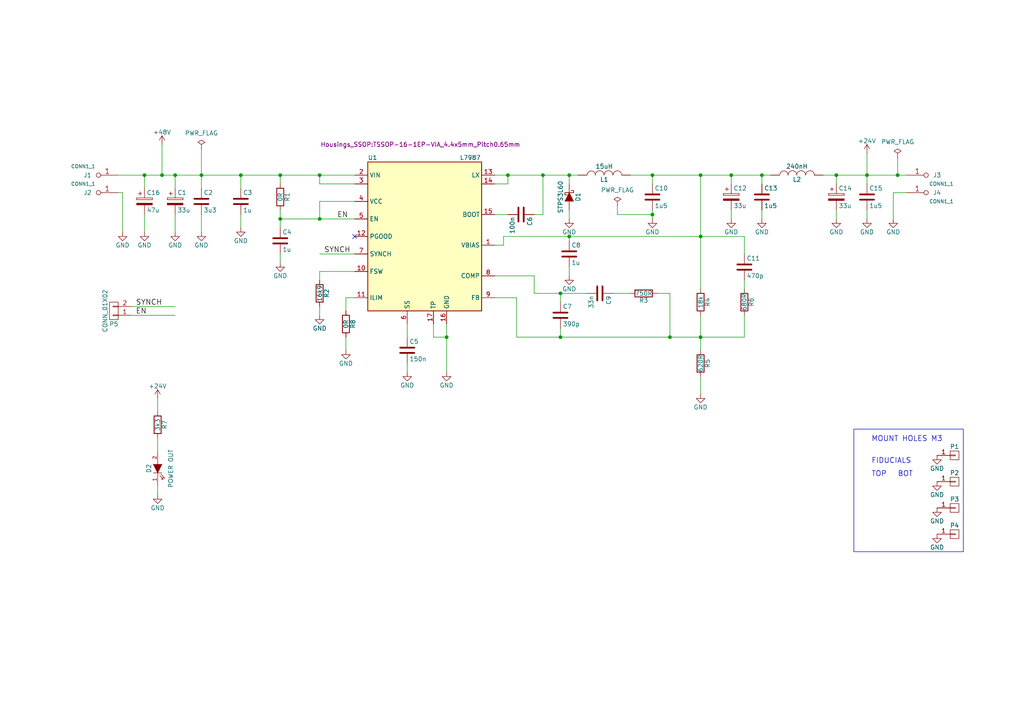
<source format=kicad_sch>
(kicad_sch (version 20200618) (host eeschema "5.99.0-unknown-b48a627~101~ubuntu18.04.1")
  (page 1 1)
  (paper "A4")
  (lib_symbols
    (symbol "STEPDOWN1A-rescue:C" (pin_numbers hide) (pin_names (offset 0.254))
      (property "Reference" "C" (at 0.635 2.54 0))
      (property "Value" "C" (at 0.635 -2.54 0))
      (symbol "C_0_1"
        (polyline (pts (xy -2.032 -0.762) (xy 2.032 -0.762)) (stroke (width 0.508)))
        (polyline (pts (xy -2.032 0.762) (xy 2.032 0.762)) (stroke (width 0.508)))
      )
      (symbol "C_1_1"
        (pin passive line (at 0 3.81 270) (length 2.794) (name "~") (number "1"))
        (pin passive line (at 0 -3.81 90) (length 2.794) (name "~") (number "2"))
      )
    )
    (symbol "STEPDOWN1A-rescue:CONN1_1" (pin_names hide)
      (property "Reference" "J" (at 1.27 1.27 0))
      (property "Value" "CONN1_1" (at 2.54 -1.27 0))
      (symbol "CONN1_1_1_1"
        (pin passive inverted (at -7.62 1.27 0) (length 6.35) (name "P1") (number "1"))
      )
    )
    (symbol "STEPDOWN1A-rescue:CONN_01X01" (pin_names hide)
      (property "Reference" "P" (at 0 2.54 0))
      (property "Value" "CONN_01X01" (at 2.54 0 90))
      (symbol "CONN_01X01_0_1"
        (rectangle (start -1.27 0.127) (end 0.254 -0.127))
        (rectangle (start -1.27 1.27) (end 1.27 -1.27))
      )
      (symbol "CONN_01X01_1_1"
        (pin passive line (at -5.08 0 0) (length 3.81) (name "P1") (number "1"))
      )
    )
    (symbol "STEPDOWN1A-rescue:CONN_01X02" (pin_names hide)
      (property "Reference" "P" (at 0 3.81 0))
      (property "Value" "CONN_01X02" (at 2.54 0 90))
      (symbol "CONN_01X02_0_1"
        (rectangle (start -1.27 -1.143) (end 0.254 -1.397))
        (rectangle (start -1.27 1.397) (end 0.254 1.143))
        (rectangle (start -1.27 2.54) (end 1.27 -2.54))
      )
      (symbol "CONN_01X02_1_1"
        (pin passive line (at -5.08 1.27 0) (length 3.81) (name "P1") (number "1"))
        (pin passive line (at -5.08 -1.27 0) (length 3.81) (name "P2") (number "2"))
      )
    )
    (symbol "STEPDOWN1A-rescue:CP" (pin_numbers hide) (pin_names (offset 0.254))
      (property "Reference" "C" (at 0.635 2.54 0))
      (property "Value" "CP" (at 0.635 -2.54 0))
      (symbol "CP_0_1"
        (rectangle (start -2.286 0.508) (end -2.286 1.016))
        (rectangle (start -2.286 0.508) (end 2.286 0.508))
        (rectangle (start 2.286 1.016) (end -2.286 1.016))
        (rectangle (start 2.286 1.016) (end 2.286 0.508))
        (rectangle (start 2.286 -0.508) (end -2.286 -1.016) (fill (type outline)))
        (polyline (pts (xy -1.778 2.286) (xy -0.762 2.286)))
        (polyline (pts (xy -1.27 2.794) (xy -1.27 1.778)))
      )
      (symbol "CP_1_1"
        (pin passive line (at 0 3.81 270) (length 2.794) (name "~") (number "1"))
        (pin passive line (at 0 -3.81 90) (length 2.794) (name "~") (number "2"))
      )
    )
    (symbol "STEPDOWN1A-rescue:D_Schottky" (pin_numbers hide) (pin_names hide)
      (property "Reference" "D" (at 0 2.54 0))
      (property "Value" "D_Schottky" (at 0 -2.54 0))
      (symbol "D_Schottky_0_1"
        (polyline (pts (xy -1.905 0.635) (xy -1.905 1.27) (xy -1.27 1.27) (xy -1.27 -1.27) (xy -0.635 -1.27) (xy -0.635 -0.635)) (stroke (width 0.2032)))
        (polyline (pts (xy 1.27 1.27) (xy -1.27 0) (xy 1.27 -1.27)) (fill (type outline)))
      )
      (symbol "D_Schottky_1_1"
        (pin passive line (at -3.81 0 0) (length 2.54) (name "K") (number "1"))
        (pin passive line (at 3.81 0 180) (length 2.54) (name "A") (number "2"))
      )
    )
    (symbol "STEPDOWN1A-rescue:INDUCTOR" (pin_numbers hide) (pin_names hide)
      (property "Reference" "L" (at -1.27 0 90))
      (property "Value" "INDUCTOR" (at 2.54 0 90))
      (symbol "INDUCTOR_0_1"
        (arc (start 0.0254 -5.0546) (end 0.0254 -2.54) (radius (at 0 -3.81) (length 1.27) (angles -88.9 88.9)))
        (arc (start 0.0254 -2.5146) (end 0.0254 0.0508) (radius (at 0 -1.2446) (length 1.2954) (angles -88.9 88.9)))
        (arc (start 0.0254 0.0254) (end 0.0254 2.5908) (radius (at 0 1.2954) (length 1.2954) (angles -88.9 88.9)))
        (arc (start 0.0254 2.5654) (end 0.0254 4.9784) (radius (at 0 3.7592) (length 1.2192) (angles -88.9 88.9)))
      )
      (symbol "INDUCTOR_1_1"
        (pin passive line (at 0 7.62 270) (length 2.54) (name "1") (number "1"))
        (pin passive line (at 0 -7.62 90) (length 2.54) (name "2") (number "2"))
      )
    )
    (symbol "STEPDOWN1A-rescue:L7987"
      (property "Reference" "U" (at -16.51 22.86 0))
      (property "Value" "L7987" (at 10.16 22.86 0))
      (property "Footprint" "HTSSOP-16" (at 0 0 0))
      (symbol "L7987_0_1"
        (rectangle (start -16.51 21.59) (end 16.51 -21.59) (stroke (width 0.254)) (fill (type background)))
      )
      (symbol "L7987_1_1"
        (pin input line (at 20.32 -2.54 180) (length 3.81) (name "VBIAS") (number "1"))
        (pin output line (at -20.32 -10.16 0) (length 3.81) (name "FSW") (number "10"))
        (pin output line (at -20.32 -17.78 0) (length 3.81) (name "ILIM") (number "11"))
        (pin input line (at -20.32 0 0) (length 3.81) (name "PGOOD") (number "12"))
        (pin input line (at 20.32 17.78 180) (length 3.81) (name "LX") (number "13"))
        (pin input line (at 20.32 15.24 180) (length 3.81) (name "~") (number "14"))
        (pin output line (at 20.32 6.35 180) (length 3.81) (name "BOOT") (number "15"))
        (pin power_in line (at 6.35 -25.4 90) (length 3.81) (name "GND") (number "16"))
        (pin input line (at 2.54 -25.4 90) (length 3.81) (name "TP") (number "17"))
        (pin power_in line (at -20.32 17.78 0) (length 3.81) (name "VIN") (number "2"))
        (pin power_in line (at -20.32 15.24 0) (length 3.81) (name "~") (number "3"))
        (pin input line (at -20.32 10.16 0) (length 3.81) (name "VCC") (number "4"))
        (pin bidirectional line (at -20.32 5.08 0) (length 3.81) (name "EN") (number "5"))
        (pin input line (at -5.08 -25.4 90) (length 3.81) (name "SS") (number "6"))
        (pin input line (at -20.32 -5.08 0) (length 3.81) (name "SYNCH") (number "7"))
        (pin output line (at 20.32 -11.43 180) (length 3.81) (name "COMP") (number "8"))
        (pin bidirectional line (at 20.32 -17.78 180) (length 3.81) (name "FB") (number "9"))
      )
    )
    (symbol "STEPDOWN1A-rescue:LED" (pin_names hide)
      (property "Reference" "D" (at 0 2.54 0))
      (property "Value" "LED" (at 0 -2.54 0))
      (symbol "LED_0_1"
        (polyline (pts (xy -1.27 1.27) (xy -1.27 -1.27)))
        (polyline (pts (xy -2.032 -0.635) (xy -3.175 -1.651) (xy -3.048 -1.016)))
        (polyline (pts (xy -1.651 -1.016) (xy -2.794 -2.032) (xy -2.667 -1.397)))
        (polyline (pts (xy 1.27 1.27) (xy -1.27 0) (xy 1.27 -1.27)) (fill (type outline)))
      )
      (symbol "LED_1_1"
        (pin passive line (at -5.08 0 0) (length 3.81) (name "K") (number "1"))
        (pin passive line (at 5.08 0 180) (length 3.81) (name "A") (number "2"))
      )
    )
    (symbol "STEPDOWN1A-rescue:R" (pin_numbers hide) (pin_names (offset 0))
      (property "Reference" "R" (at 2.032 0 90))
      (property "Value" "R" (at 0 0 90))
      (symbol "R_0_1"
        (rectangle (start -1.016 -2.54) (end 1.016 2.54) (stroke (width 0.254)))
      )
      (symbol "R_1_1"
        (pin passive line (at 0 3.81 270) (length 1.27) (name "~") (number "1"))
        (pin passive line (at 0 -3.81 90) (length 1.27) (name "~") (number "2"))
      )
    )
    (symbol "power:+24V" (power) (pin_names (offset 0))
      (property "Value" "+24V" (at 0 3.556 0))
      (symbol "+24V_0_1"
        (polyline (pts (xy -0.762 1.27) (xy 0 2.54)))
        (polyline (pts (xy 0 0) (xy 0 2.54)))
        (polyline (pts (xy 0 2.54) (xy 0.762 1.27)))
      )
      (symbol "+24V_1_1"
        (pin power_in line (at 0 0 90) (length 0) hide (name "+24V") (number "1"))
      )
    )
    (symbol "power:+48V" (power) (pin_names (offset 0))
      (property "Value" "+48V" (at 0 3.556 0))
      (symbol "+48V_0_1"
        (polyline (pts (xy -0.762 1.27) (xy 0 2.54)))
        (polyline (pts (xy 0 0) (xy 0 2.54)))
        (polyline (pts (xy 0 2.54) (xy 0.762 1.27)))
      )
      (symbol "+48V_1_1"
        (pin power_in line (at 0 0 90) (length 0) hide (name "+48V") (number "1"))
      )
    )
    (symbol "power:GND" (power) (pin_names (offset 0))
      (property "Value" "GND" (at 0 -3.81 0))
      (symbol "GND_0_1"
        (polyline (pts (xy 0 0) (xy 0 -1.27) (xy 1.27 -1.27) (xy 0 -2.54) (xy -1.27 -1.27) (xy 0 -1.27)))
      )
      (symbol "GND_1_1"
        (pin power_in line (at 0 0 270) (length 0) hide (name "GND") (number "1"))
      )
    )
    (symbol "power:PWR_FLAG" (power) (pin_numbers hide) (pin_names (offset 0) hide)
      (property "Value" "PWR_FLAG" (at 0 3.81 0))
      (symbol "PWR_FLAG_0_1"
        (polyline (pts (xy 0 0) (xy 0 1.27) (xy -1.016 1.905) (xy 0 2.54) (xy 1.016 1.905) (xy 0 1.27)))
      )
      (symbol "PWR_FLAG_0_0"
        (pin power_out line (at 0 0 90) (length 0) (name "pwr") (number "1"))
      )
    )
  )
  (junction (at 41.91 50.8))
  (junction (at 46.99 50.8))
  (junction (at 50.8 50.8))
  (junction (at 58.42 50.8))
  (junction (at 69.85 50.8))
  (junction (at 81.28 50.8))
  (junction (at 81.28 63.5))
  (junction (at 92.71 50.8))
  (junction (at 92.71 63.5))
  (junction (at 129.54 97.79))
  (junction (at 147.32 50.8))
  (junction (at 157.48 50.8))
  (junction (at 162.56 85.09))
  (junction (at 162.56 97.79))
  (junction (at 165.1 50.8))
  (junction (at 165.1 68.58))
  (junction (at 189.23 50.8))
  (junction (at 189.23 62.23))
  (junction (at 194.31 97.79))
  (junction (at 203.2 50.8))
  (junction (at 203.2 68.58))
  (junction (at 203.2 97.79))
  (junction (at 212.09 50.8))
  (junction (at 220.98 50.8))
  (junction (at 242.57 50.8))
  (junction (at 251.46 50.8))
  (junction (at 260.35 50.8))
  (no_connect (at 102.87 68.58))
  (wire (pts (xy 34.29 50.8) (xy 41.91 50.8)))
  (wire (pts (xy 34.29 55.88) (xy 35.56 55.88)))
  (wire (pts (xy 35.56 55.88) (xy 35.56 67.31)))
  (wire (pts (xy 38.1 88.9) (xy 50.8 88.9)))
  (wire (pts (xy 38.1 91.44) (xy 50.8 91.44)))
  (wire (pts (xy 41.91 50.8) (xy 46.99 50.8)))
  (wire (pts (xy 41.91 54.61) (xy 41.91 50.8)))
  (wire (pts (xy 41.91 67.31) (xy 41.91 62.23)))
  (wire (pts (xy 45.72 119.38) (xy 45.72 115.57)))
  (wire (pts (xy 45.72 130.81) (xy 45.72 127)))
  (wire (pts (xy 45.72 143.51) (xy 45.72 140.97)))
  (wire (pts (xy 46.99 50.8) (xy 46.99 41.91)))
  (wire (pts (xy 46.99 50.8) (xy 50.8 50.8)))
  (wire (pts (xy 50.8 50.8) (xy 58.42 50.8)))
  (wire (pts (xy 50.8 54.61) (xy 50.8 50.8)))
  (wire (pts (xy 50.8 67.31) (xy 50.8 62.23)))
  (wire (pts (xy 58.42 43.18) (xy 58.42 50.8)))
  (wire (pts (xy 58.42 50.8) (xy 58.42 54.61)))
  (wire (pts (xy 58.42 50.8) (xy 69.85 50.8)))
  (wire (pts (xy 58.42 67.31) (xy 58.42 62.23)))
  (wire (pts (xy 69.85 50.8) (xy 81.28 50.8)))
  (wire (pts (xy 69.85 54.61) (xy 69.85 50.8)))
  (wire (pts (xy 69.85 66.04) (xy 69.85 62.23)))
  (wire (pts (xy 81.28 50.8) (xy 92.71 50.8)))
  (wire (pts (xy 81.28 53.34) (xy 81.28 50.8)))
  (wire (pts (xy 81.28 60.96) (xy 81.28 63.5)))
  (wire (pts (xy 81.28 63.5) (xy 81.28 66.04)))
  (wire (pts (xy 81.28 63.5) (xy 92.71 63.5)))
  (wire (pts (xy 81.28 76.2) (xy 81.28 73.66)))
  (wire (pts (xy 92.71 50.8) (xy 102.87 50.8)))
  (wire (pts (xy 92.71 53.34) (xy 92.71 50.8)))
  (wire (pts (xy 92.71 58.42) (xy 92.71 63.5)))
  (wire (pts (xy 92.71 63.5) (xy 102.87 63.5)))
  (wire (pts (xy 92.71 78.74) (xy 102.87 78.74)))
  (wire (pts (xy 92.71 81.28) (xy 92.71 78.74)))
  (wire (pts (xy 92.71 88.9) (xy 92.71 91.44)))
  (wire (pts (xy 100.33 86.36) (xy 102.87 86.36)))
  (wire (pts (xy 100.33 90.17) (xy 100.33 86.36)))
  (wire (pts (xy 100.33 97.79) (xy 100.33 101.6)))
  (wire (pts (xy 102.87 53.34) (xy 92.71 53.34)))
  (wire (pts (xy 102.87 58.42) (xy 92.71 58.42)))
  (wire (pts (xy 102.87 73.66) (xy 92.71 73.66)))
  (wire (pts (xy 118.11 93.98) (xy 118.11 97.79)))
  (wire (pts (xy 118.11 107.95) (xy 118.11 105.41)))
  (wire (pts (xy 125.73 93.98) (xy 125.73 97.79)))
  (wire (pts (xy 125.73 97.79) (xy 129.54 97.79)))
  (wire (pts (xy 129.54 93.98) (xy 129.54 97.79)))
  (wire (pts (xy 129.54 97.79) (xy 129.54 107.95)))
  (wire (pts (xy 143.51 50.8) (xy 147.32 50.8)))
  (wire (pts (xy 143.51 53.34) (xy 147.32 53.34)))
  (wire (pts (xy 143.51 62.23) (xy 147.32 62.23)))
  (wire (pts (xy 143.51 71.12) (xy 146.05 71.12)))
  (wire (pts (xy 143.51 80.01) (xy 154.94 80.01)))
  (wire (pts (xy 146.05 68.58) (xy 165.1 68.58)))
  (wire (pts (xy 146.05 71.12) (xy 146.05 68.58)))
  (wire (pts (xy 147.32 50.8) (xy 157.48 50.8)))
  (wire (pts (xy 147.32 53.34) (xy 147.32 50.8)))
  (wire (pts (xy 149.86 86.36) (xy 143.51 86.36)))
  (wire (pts (xy 149.86 97.79) (xy 149.86 86.36)))
  (wire (pts (xy 149.86 97.79) (xy 162.56 97.79)))
  (wire (pts (xy 154.94 62.23) (xy 157.48 62.23)))
  (wire (pts (xy 154.94 80.01) (xy 154.94 85.09)))
  (wire (pts (xy 154.94 85.09) (xy 162.56 85.09)))
  (wire (pts (xy 157.48 50.8) (xy 165.1 50.8)))
  (wire (pts (xy 157.48 62.23) (xy 157.48 50.8)))
  (wire (pts (xy 162.56 85.09) (xy 170.18 85.09)))
  (wire (pts (xy 162.56 87.63) (xy 162.56 85.09)))
  (wire (pts (xy 162.56 95.25) (xy 162.56 97.79)))
  (wire (pts (xy 162.56 97.79) (xy 194.31 97.79)))
  (wire (pts (xy 165.1 50.8) (xy 167.64 50.8)))
  (wire (pts (xy 165.1 53.34) (xy 165.1 50.8)))
  (wire (pts (xy 165.1 63.5) (xy 165.1 60.96)))
  (wire (pts (xy 165.1 68.58) (xy 203.2 68.58)))
  (wire (pts (xy 165.1 69.85) (xy 165.1 68.58)))
  (wire (pts (xy 165.1 80.01) (xy 165.1 77.47)))
  (wire (pts (xy 179.07 59.69) (xy 179.07 62.23)))
  (wire (pts (xy 179.07 62.23) (xy 189.23 62.23)))
  (wire (pts (xy 182.88 50.8) (xy 189.23 50.8)))
  (wire (pts (xy 182.88 85.09) (xy 177.8 85.09)))
  (wire (pts (xy 189.23 50.8) (xy 203.2 50.8)))
  (wire (pts (xy 189.23 53.34) (xy 189.23 50.8)))
  (wire (pts (xy 189.23 60.96) (xy 189.23 62.23)))
  (wire (pts (xy 189.23 62.23) (xy 189.23 63.5)))
  (wire (pts (xy 194.31 85.09) (xy 190.5 85.09)))
  (wire (pts (xy 194.31 97.79) (xy 194.31 85.09)))
  (wire (pts (xy 194.31 97.79) (xy 203.2 97.79)))
  (wire (pts (xy 203.2 50.8) (xy 203.2 68.58)))
  (wire (pts (xy 203.2 50.8) (xy 212.09 50.8)))
  (wire (pts (xy 203.2 68.58) (xy 203.2 83.82)))
  (wire (pts (xy 203.2 68.58) (xy 215.9 68.58)))
  (wire (pts (xy 203.2 91.44) (xy 203.2 97.79)))
  (wire (pts (xy 203.2 97.79) (xy 203.2 101.6)))
  (wire (pts (xy 203.2 97.79) (xy 215.9 97.79)))
  (wire (pts (xy 203.2 109.22) (xy 203.2 114.3)))
  (wire (pts (xy 212.09 50.8) (xy 220.98 50.8)))
  (wire (pts (xy 212.09 53.34) (xy 212.09 50.8)))
  (wire (pts (xy 212.09 63.5) (xy 212.09 60.96)))
  (wire (pts (xy 215.9 68.58) (xy 215.9 73.66)))
  (wire (pts (xy 215.9 81.28) (xy 215.9 83.82)))
  (wire (pts (xy 215.9 97.79) (xy 215.9 91.44)))
  (wire (pts (xy 220.98 50.8) (xy 223.52 50.8)))
  (wire (pts (xy 220.98 53.34) (xy 220.98 50.8)))
  (wire (pts (xy 220.98 63.5) (xy 220.98 60.96)))
  (wire (pts (xy 238.76 50.8) (xy 242.57 50.8)))
  (wire (pts (xy 242.57 50.8) (xy 251.46 50.8)))
  (wire (pts (xy 242.57 53.34) (xy 242.57 50.8)))
  (wire (pts (xy 242.57 63.5) (xy 242.57 60.96)))
  (wire (pts (xy 251.46 44.45) (xy 251.46 50.8)))
  (wire (pts (xy 251.46 50.8) (xy 251.46 53.34)))
  (wire (pts (xy 251.46 50.8) (xy 260.35 50.8)))
  (wire (pts (xy 251.46 63.5) (xy 251.46 60.96)))
  (wire (pts (xy 259.08 55.88) (xy 262.89 55.88)))
  (wire (pts (xy 259.08 63.5) (xy 259.08 55.88)))
  (wire (pts (xy 260.35 45.72) (xy 260.35 50.8)))
  (wire (pts (xy 260.35 50.8) (xy 262.89 50.8)))
  (polyline (pts (xy 247.65 124.46) (xy 279.4 124.46)) (stroke (width 0) (type solid)))
  (polyline (pts (xy 247.65 160.02) (xy 247.65 124.46)) (stroke (width 0) (type solid)))
  (polyline (pts (xy 279.4 124.46) (xy 279.4 160.02)) (stroke (width 0) (type solid)))
  (polyline (pts (xy 279.4 160.02) (xy 247.65 160.02)) (stroke (width 0) (type solid)))
  (text "MOUNT HOLES M3\n" (at 252.73 128.27 0) (effects (font (size 1.524 1.524)) (justify left bottom)))
  (text "FIDUCIALS\n" (at 252.73 134.62 0) (effects (font (size 1.524 1.524)) (justify left bottom)))
  (text "TOP" (at 252.73 138.43 0) (effects (font (size 1.524 1.524)) (justify left bottom)))
  (text "BOT\n" (at 260.35 138.43 0) (effects (font (size 1.524 1.524)) (justify left bottom)))
  (label "SYNCH" (at 39.37 88.9 0) (effects (font (size 1.524 1.524))))
  (label "EN" (at 39.37 91.44 0) (effects (font (size 1.524 1.524))))
  (label "SYNCH" (at 93.98 73.66 0) (effects (font (size 1.524 1.524))))
  (label "EN" (at 97.79 63.5 0) (effects (font (size 1.524 1.524))))
  (symbol (lib_id "power:PWR_FLAG") (at 58.42 43.18 0) (unit 1)
    (property "Reference" "#FLG016" (effects hide))
    (property "Value" "PWR_FLAG" (at 58.42 38.608 0))
  )
  (symbol (lib_id "power:PWR_FLAG") (at 179.07 59.69 0) (unit 1)
    (property "Reference" "#FLG025" (effects hide))
    (property "Value" "PWR_FLAG" (at 179.07 55.118 0))
  )
  (symbol (lib_id "power:PWR_FLAG") (at 260.35 45.72 0) (unit 1)
    (property "Reference" "#FLG015" (effects hide))
    (property "Value" "PWR_FLAG" (at 260.35 41.148 0))
  )
  (symbol (lib_id "power:+24V") (at 45.72 115.57 0) (unit 1)
    (property "Reference" "#PWR019" (effects hide))
    (property "Value" "+24V" (at 45.72 112.014 0))
  )
  (symbol (lib_id "power:+48V") (at 46.99 41.91 0) (unit 1)
    (property "Reference" "#PWR011" (effects hide))
    (property "Value" "+48V" (at 46.99 38.354 0))
  )
  (symbol (lib_id "power:+24V") (at 251.46 44.45 0) (unit 1)
    (property "Reference" "#PWR012" (effects hide))
    (property "Value" "+24V" (at 251.46 40.894 0))
  )
  (symbol (lib_id "power:GND") (at 35.56 67.31 0) (unit 1)
    (property "Reference" "#PWR023" (effects hide))
    (property "Value" "GND" (at 35.56 71.12 0))
  )
  (symbol (lib_id "power:GND") (at 41.91 67.31 0) (unit 1)
    (property "Reference" "#PWR030" (effects hide))
    (property "Value" "GND" (at 41.91 71.12 0))
  )
  (symbol (lib_id "power:GND") (at 45.72 143.51 0) (unit 1)
    (property "Reference" "#PWR018" (effects hide))
    (property "Value" "GND" (at 45.72 147.32 0))
  )
  (symbol (lib_id "power:GND") (at 50.8 67.31 0) (unit 1)
    (property "Reference" "#PWR022" (effects hide))
    (property "Value" "GND" (at 50.8 71.12 0))
  )
  (symbol (lib_id "power:GND") (at 58.42 67.31 0) (unit 1)
    (property "Reference" "#PWR021" (effects hide))
    (property "Value" "GND" (at 58.42 71.12 0))
  )
  (symbol (lib_id "power:GND") (at 69.85 66.04 0) (unit 1)
    (property "Reference" "#PWR010" (effects hide))
    (property "Value" "GND" (at 69.85 69.85 0))
  )
  (symbol (lib_id "power:GND") (at 81.28 76.2 0) (unit 1)
    (property "Reference" "#PWR09" (effects hide))
    (property "Value" "GND" (at 81.28 80.01 0))
  )
  (symbol (lib_id "power:GND") (at 92.71 91.44 0) (unit 1)
    (property "Reference" "#PWR05" (effects hide))
    (property "Value" "GND" (at 92.71 95.25 0))
  )
  (symbol (lib_id "power:GND") (at 100.33 101.6 0) (unit 1)
    (property "Reference" "#PWR020" (effects hide))
    (property "Value" "GND" (at 100.33 105.41 0))
  )
  (symbol (lib_id "power:GND") (at 118.11 107.95 0) (unit 1)
    (property "Reference" "#PWR08" (effects hide))
    (property "Value" "GND" (at 118.11 111.76 0))
  )
  (symbol (lib_id "power:GND") (at 129.54 107.95 0) (unit 1)
    (property "Reference" "#PWR07" (effects hide))
    (property "Value" "GND" (at 129.54 111.76 0))
  )
  (symbol (lib_id "power:GND") (at 165.1 63.5 0) (unit 1)
    (property "Reference" "#PWR024" (effects hide))
    (property "Value" "GND" (at 165.1 67.31 0))
  )
  (symbol (lib_id "power:GND") (at 165.1 80.01 0) (unit 1)
    (property "Reference" "#PWR013" (effects hide))
    (property "Value" "GND" (at 165.1 83.82 0))
  )
  (symbol (lib_id "power:GND") (at 189.23 63.5 0) (unit 1)
    (property "Reference" "#PWR014" (effects hide))
    (property "Value" "GND" (at 189.23 67.31 0))
  )
  (symbol (lib_id "power:GND") (at 203.2 114.3 0) (unit 1)
    (property "Reference" "#PWR06" (effects hide))
    (property "Value" "GND" (at 203.2 118.11 0))
  )
  (symbol (lib_id "power:GND") (at 212.09 63.5 0) (unit 1)
    (property "Reference" "#PWR026" (effects hide))
    (property "Value" "GND" (at 212.09 67.31 0))
  )
  (symbol (lib_id "power:GND") (at 220.98 63.5 0) (unit 1)
    (property "Reference" "#PWR027" (effects hide))
    (property "Value" "GND" (at 220.98 67.31 0))
  )
  (symbol (lib_id "power:GND") (at 242.57 63.5 0) (unit 1)
    (property "Reference" "#PWR017" (effects hide))
    (property "Value" "GND" (at 242.57 67.31 0))
  )
  (symbol (lib_id "power:GND") (at 251.46 63.5 0) (unit 1)
    (property "Reference" "#PWR028" (effects hide))
    (property "Value" "GND" (at 251.46 67.31 0))
  )
  (symbol (lib_id "power:GND") (at 259.08 63.5 0) (unit 1)
    (property "Reference" "#PWR029" (effects hide))
    (property "Value" "GND" (at 259.08 67.31 0))
  )
  (symbol (lib_id "power:GND") (at 271.78 132.08 0) (unit 1)
    (property "Reference" "#PWR01" (effects hide))
    (property "Value" "GND" (at 271.78 135.89 0))
  )
  (symbol (lib_id "power:GND") (at 271.78 139.7 0) (unit 1)
    (property "Reference" "#PWR02" (effects hide))
    (property "Value" "GND" (at 271.78 143.51 0))
  )
  (symbol (lib_id "power:GND") (at 271.78 147.32 0) (unit 1)
    (property "Reference" "#PWR03" (effects hide))
    (property "Value" "GND" (at 271.78 151.13 0))
  )
  (symbol (lib_id "power:GND") (at 271.78 154.94 0) (unit 1)
    (property "Reference" "#PWR04" (effects hide))
    (property "Value" "GND" (at 271.78 158.75 0))
  )
  (symbol (lib_id "STEPDOWN1A-rescue:CONN1_1") (at 26.67 49.53 180) (unit 1)
    (property "Reference" "J1" (at 25.4 50.8 0))
    (property "Value" "CONN1_1" (at 24.13 48.26 0) (effects (font (size 1.016 1.016))))
    (property "Footprint" "Connect:WAGO256" (effects hide))
  )
  (symbol (lib_id "STEPDOWN1A-rescue:CONN1_1") (at 26.67 54.61 180) (unit 1)
    (property "Reference" "J2" (at 25.4 55.88 0))
    (property "Value" "CONN1_1" (at 24.13 53.34 0) (effects (font (size 1.016 1.016))))
    (property "Footprint" "Connect:WAGO256" (effects hide))
  )
  (symbol (lib_id "STEPDOWN1A-rescue:CONN1_1") (at 270.51 52.07 0) (unit 1)
    (property "Reference" "J3" (at 271.78 50.8 0))
    (property "Value" "CONN1_1" (at 273.05 53.34 0) (effects (font (size 1.016 1.016))))
    (property "Footprint" "Connect:WAGO256" (effects hide))
  )
  (symbol (lib_id "STEPDOWN1A-rescue:CONN1_1") (at 270.51 57.15 0) (unit 1)
    (property "Reference" "J4" (at 271.78 55.88 0))
    (property "Value" "CONN1_1" (at 273.05 58.42 0) (effects (font (size 1.016 1.016))))
    (property "Footprint" "Connect:WAGO256" (effects hide))
  )
  (symbol (lib_id "STEPDOWN1A-rescue:CONN_01X01") (at 276.86 132.08 0) (unit 1)
    (property "Reference" "P1" (at 276.86 129.54 0))
    (property "Value" "_NC" (effects hide))
    (property "Footprint" "Mounting_Holes:MountingHole_3.2mm_M3_DIN965_Pad" (effects hide))
  )
  (symbol (lib_id "STEPDOWN1A-rescue:CONN_01X01") (at 276.86 139.7 0) (unit 1)
    (property "Reference" "P2" (at 276.86 137.16 0))
    (property "Value" "_NC" (effects hide))
    (property "Footprint" "Mounting_Holes:MountingHole_3.2mm_M3_DIN965_Pad" (effects hide))
  )
  (symbol (lib_id "STEPDOWN1A-rescue:CONN_01X01") (at 276.86 147.32 0) (unit 1)
    (property "Reference" "P3" (at 276.86 144.78 0))
    (property "Value" "_NC" (effects hide))
    (property "Footprint" "Mounting_Holes:MountingHole_3.2mm_M3_DIN965_Pad" (effects hide))
  )
  (symbol (lib_id "STEPDOWN1A-rescue:CONN_01X01") (at 276.86 154.94 0) (unit 1)
    (property "Reference" "P4" (at 276.86 152.4 0))
    (property "Value" "_NC" (effects hide))
    (property "Footprint" "Mounting_Holes:MountingHole_3.2mm_M3_DIN965_Pad" (effects hide))
  )
  (symbol (lib_id "STEPDOWN1A-rescue:R") (at 45.72 123.19 0) (unit 1)
    (property "Reference" "R7" (at 47.752 123.19 90))
    (property "Value" "3k3" (at 45.72 123.19 90))
    (property "Footprint" "Resistors_SMD:R_0805" (effects hide))
  )
  (symbol (lib_id "STEPDOWN1A-rescue:R") (at 81.28 57.15 0) (unit 1)
    (property "Reference" "R1" (at 83.312 57.15 90))
    (property "Value" "0R" (at 81.28 57.15 90))
    (property "Footprint" "Resistors_SMD:R_0805" (effects hide))
  )
  (symbol (lib_id "STEPDOWN1A-rescue:R") (at 92.71 85.09 0) (unit 1)
    (property "Reference" "R2" (at 94.742 85.09 90))
    (property "Value" "16k9" (at 92.71 85.09 90))
    (property "Footprint" "Resistors_SMD:R_0805" (effects hide))
  )
  (symbol (lib_id "STEPDOWN1A-rescue:R") (at 100.33 93.98 0) (unit 1)
    (property "Reference" "R8" (at 102.362 93.98 90))
    (property "Value" "0R" (at 100.33 93.98 90))
    (property "Footprint" "Resistors_SMD:R_0805" (effects hide))
  )
  (symbol (lib_id "STEPDOWN1A-rescue:R") (at 186.69 85.09 270) (unit 1)
    (property "Reference" "R3" (at 186.69 87.122 90))
    (property "Value" "750R" (at 186.69 85.09 90))
    (property "Footprint" "Resistors_SMD:R_0805" (effects hide))
  )
  (symbol (lib_id "STEPDOWN1A-rescue:R") (at 203.2 87.63 0) (unit 1)
    (property "Reference" "R4" (at 205.232 87.63 90))
    (property "Value" "18k" (at 203.2 87.63 90))
    (property "Footprint" "Resistors_SMD:R_0805" (effects hide))
  )
  (symbol (lib_id "STEPDOWN1A-rescue:R") (at 203.2 105.41 0) (unit 1)
    (property "Reference" "R5" (at 205.232 105.41 90))
    (property "Value" "620R" (at 203.2 105.41 90))
    (property "Footprint" "Resistors_SMD:R_0805" (effects hide))
  )
  (symbol (lib_id "STEPDOWN1A-rescue:R") (at 215.9 87.63 0) (unit 1)
    (property "Reference" "R6" (at 217.932 87.63 90))
    (property "Value" "680R" (at 215.9 87.63 90))
    (property "Footprint" "Resistors_SMD:R_0805" (effects hide))
  )
  (symbol (lib_id "STEPDOWN1A-rescue:D_Schottky") (at 165.1 57.15 270) (unit 1)
    (property "Reference" "D1" (at 167.64 57.15 0))
    (property "Value" "STPS3L60" (at 162.56 57.15 0))
    (property "Footprint" "Diodes_SMD:DO-214AB" (effects hide))
  )
  (symbol (lib_id "STEPDOWN1A-rescue:INDUCTOR") (at 175.26 50.8 90) (unit 1)
    (property "Reference" "L1" (at 175.26 52.07 90))
    (property "Value" "15uH" (at 175.26 48.26 90))
    (property "Footprint" "Inductors:SELF-WE-PD-XXL" (effects hide))
  )
  (symbol (lib_id "STEPDOWN1A-rescue:INDUCTOR") (at 231.14 50.8 90) (unit 1)
    (property "Reference" "L2" (at 231.14 52.07 90))
    (property "Value" "240nH" (at 231.14 48.26 90))
    (property "Footprint" "Resistors_SMD:R_0805" (effects hide))
  )
  (symbol (lib_id "STEPDOWN1A-rescue:CONN_01X02") (at 33.02 90.17 180) (unit 1)
    (property "Reference" "P5" (at 33.02 93.98 0))
    (property "Value" "CONN_01X02" (at 30.48 90.17 90))
    (property "Footprint" "Pin_Headers:Pin_Header_Straight_1x02" (effects hide))
  )
  (symbol (lib_id "STEPDOWN1A-rescue:LED") (at 45.72 135.89 90) (unit 1)
    (property "Reference" "D2" (at 43.18 135.89 0))
    (property "Value" "POWER OUT" (at 49.53 135.89 0))
    (property "Footprint" "LEDs:LED_0805" (effects hide))
  )
  (symbol (lib_id "STEPDOWN1A-rescue:CP") (at 41.91 58.42 0) (unit 1)
    (property "Reference" "C16" (at 42.545 55.88 0) (effects (justify left)))
    (property "Value" "47u" (at 42.545 60.96 0) (effects (justify left)))
    (property "Footprint" "Capacitors_ThroughHole:C_Radial_D6.3_L11.2_P2.5" (effects hide))
  )
  (symbol (lib_id "STEPDOWN1A-rescue:CP") (at 50.8 58.42 0) (unit 1)
    (property "Reference" "C1" (at 51.435 55.88 0) (effects (justify left)))
    (property "Value" "33u" (at 51.435 60.96 0) (effects (justify left)))
    (property "Footprint" "Capacitors_Tantalum_SMD:TantalC_SizeD_EIA-7343_HandSoldering" (effects hide))
  )
  (symbol (lib_id "STEPDOWN1A-rescue:C") (at 58.42 58.42 0) (unit 1)
    (property "Reference" "C2" (at 59.055 55.88 0) (effects (justify left)))
    (property "Value" "3u3" (at 59.055 60.96 0) (effects (justify left)))
    (property "Footprint" "Capacitors_SMD:C_0805" (effects hide))
  )
  (symbol (lib_id "STEPDOWN1A-rescue:C") (at 69.85 58.42 0) (unit 1)
    (property "Reference" "C3" (at 70.485 55.88 0) (effects (justify left)))
    (property "Value" "1u" (at 70.485 60.96 0) (effects (justify left)))
    (property "Footprint" "Capacitors_SMD:C_0805" (effects hide))
  )
  (symbol (lib_id "STEPDOWN1A-rescue:C") (at 81.28 69.85 0) (unit 1)
    (property "Reference" "C4" (at 81.915 67.31 0) (effects (justify left)))
    (property "Value" "1u" (at 81.915 72.39 0) (effects (justify left)))
    (property "Footprint" "Capacitors_SMD:C_0805" (effects hide))
  )
  (symbol (lib_id "STEPDOWN1A-rescue:C") (at 118.11 101.6 0) (unit 1)
    (property "Reference" "C5" (at 118.745 99.06 0) (effects (justify left)))
    (property "Value" "150n" (at 118.745 104.14 0) (effects (justify left)))
    (property "Footprint" "Capacitors_SMD:C_0805" (effects hide))
  )
  (symbol (lib_id "STEPDOWN1A-rescue:C") (at 151.13 62.23 270) (unit 1)
    (property "Reference" "C6" (at 153.67 62.865 0) (effects (justify left)))
    (property "Value" "100n" (at 148.59 62.865 0) (effects (justify left)))
    (property "Footprint" "Capacitors_SMD:C_0805" (effects hide))
  )
  (symbol (lib_id "STEPDOWN1A-rescue:C") (at 162.56 91.44 0) (unit 1)
    (property "Reference" "C7" (at 163.195 88.9 0) (effects (justify left)))
    (property "Value" "390p" (at 163.195 93.98 0) (effects (justify left)))
    (property "Footprint" "Capacitors_SMD:C_0805" (effects hide))
  )
  (symbol (lib_id "STEPDOWN1A-rescue:C") (at 165.1 73.66 0) (unit 1)
    (property "Reference" "C8" (at 165.735 71.12 0) (effects (justify left)))
    (property "Value" "1u" (at 165.735 76.2 0) (effects (justify left)))
    (property "Footprint" "Capacitors_SMD:C_0805" (effects hide))
  )
  (symbol (lib_id "STEPDOWN1A-rescue:C") (at 173.99 85.09 270) (unit 1)
    (property "Reference" "C9" (at 176.53 85.725 0) (effects (justify left)))
    (property "Value" "33n" (at 171.45 85.725 0) (effects (justify left)))
    (property "Footprint" "Capacitors_SMD:C_0805" (effects hide))
  )
  (symbol (lib_id "STEPDOWN1A-rescue:C") (at 189.23 57.15 0) (unit 1)
    (property "Reference" "C10" (at 189.865 54.61 0) (effects (justify left)))
    (property "Value" "1u5" (at 189.865 59.69 0) (effects (justify left)))
    (property "Footprint" "Capacitors_SMD:C_1206" (effects hide))
  )
  (symbol (lib_id "STEPDOWN1A-rescue:CP") (at 212.09 57.15 0) (unit 1)
    (property "Reference" "C12" (at 212.725 54.61 0) (effects (justify left)))
    (property "Value" "33u" (at 212.725 59.69 0) (effects (justify left)))
    (property "Footprint" "Capacitors_Tantalum_SMD:TantalC_SizeC_EIA-6032_HandSoldering" (effects hide))
  )
  (symbol (lib_id "STEPDOWN1A-rescue:C") (at 215.9 77.47 0) (unit 1)
    (property "Reference" "C11" (at 216.535 74.93 0) (effects (justify left)))
    (property "Value" "470p" (at 216.535 80.01 0) (effects (justify left)))
    (property "Footprint" "Capacitors_SMD:C_0805" (effects hide))
  )
  (symbol (lib_id "STEPDOWN1A-rescue:C") (at 220.98 57.15 0) (unit 1)
    (property "Reference" "C13" (at 221.615 54.61 0) (effects (justify left)))
    (property "Value" "1u5" (at 221.615 59.69 0) (effects (justify left)))
    (property "Footprint" "Capacitors_SMD:C_1206" (effects hide))
  )
  (symbol (lib_id "STEPDOWN1A-rescue:CP") (at 242.57 57.15 0) (unit 1)
    (property "Reference" "C14" (at 243.205 54.61 0) (effects (justify left)))
    (property "Value" "33u" (at 243.205 59.69 0) (effects (justify left)))
    (property "Footprint" "Capacitors_Tantalum_SMD:TantalC_SizeC_EIA-6032_HandSoldering" (effects hide))
  )
  (symbol (lib_id "STEPDOWN1A-rescue:C") (at 251.46 57.15 0) (unit 1)
    (property "Reference" "C15" (at 252.095 54.61 0) (effects (justify left)))
    (property "Value" "1u5" (at 252.095 59.69 0) (effects (justify left)))
    (property "Footprint" "Capacitors_SMD:C_1206" (effects hide))
  )
  (symbol (lib_id "STEPDOWN1A-rescue:L7987") (at 123.19 68.58 0) (unit 1)
    (property "Reference" "U1" (at 106.68 45.72 0) (effects (justify left)))
    (property "Value" "L7987" (at 133.35 45.72 0) (effects (justify left)))
    (property "Footprint" "Housings_SSOP:TSSOP-16-1EP-VIA_4.4x5mm_Pitch0.65mm" (at 121.92 41.91 0))
  )
)
</source>
